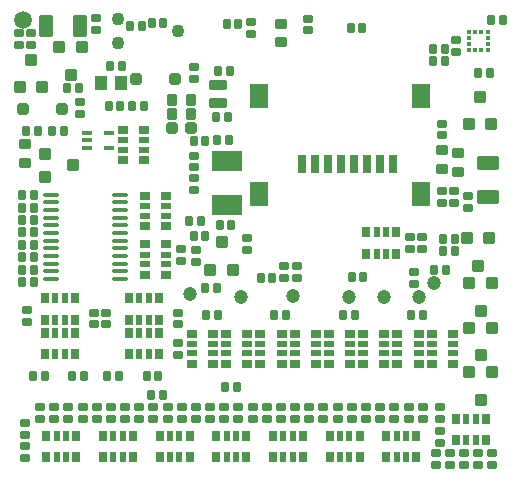
<source format=gbs>
G04*
G04 #@! TF.GenerationSoftware,Altium Limited,Altium Designer,25.1.2 (22)*
G04*
G04 Layer_Color=16711935*
%FSLAX25Y25*%
%MOIN*%
G70*
G04*
G04 #@! TF.SameCoordinates,884B850E-C893-49A2-98A3-3BEC55AD8533*
G04*
G04*
G04 #@! TF.FilePolarity,Negative*
G04*
G01*
G75*
G04:AMPARAMS|DCode=56|XSize=39.37mil|YSize=41.34mil|CornerRadius=5.51mil|HoleSize=0mil|Usage=FLASHONLY|Rotation=90.000|XOffset=0mil|YOffset=0mil|HoleType=Round|Shape=RoundedRectangle|*
%AMROUNDEDRECTD56*
21,1,0.03937,0.03032,0,0,90.0*
21,1,0.02835,0.04134,0,0,90.0*
1,1,0.01102,0.01516,0.01417*
1,1,0.01102,0.01516,-0.01417*
1,1,0.01102,-0.01516,-0.01417*
1,1,0.01102,-0.01516,0.01417*
%
%ADD56ROUNDEDRECTD56*%
G04:AMPARAMS|DCode=57|XSize=39.37mil|YSize=41.34mil|CornerRadius=5.51mil|HoleSize=0mil|Usage=FLASHONLY|Rotation=90.000|XOffset=0mil|YOffset=0mil|HoleType=Round|Shape=RoundedRectangle|*
%AMROUNDEDRECTD57*
21,1,0.03937,0.03032,0,0,90.0*
21,1,0.02835,0.04134,0,0,90.0*
1,1,0.01102,0.01516,0.01417*
1,1,0.01102,0.01516,-0.01417*
1,1,0.01102,-0.01516,-0.01417*
1,1,0.01102,-0.01516,0.01417*
%
%ADD57ROUNDEDRECTD57*%
G04:AMPARAMS|DCode=64|XSize=31.5mil|YSize=27.56mil|CornerRadius=4.33mil|HoleSize=0mil|Usage=FLASHONLY|Rotation=180.000|XOffset=0mil|YOffset=0mil|HoleType=Round|Shape=RoundedRectangle|*
%AMROUNDEDRECTD64*
21,1,0.03150,0.01890,0,0,180.0*
21,1,0.02284,0.02756,0,0,180.0*
1,1,0.00866,-0.01142,0.00945*
1,1,0.00866,0.01142,0.00945*
1,1,0.00866,0.01142,-0.00945*
1,1,0.00866,-0.01142,-0.00945*
%
%ADD64ROUNDEDRECTD64*%
G04:AMPARAMS|DCode=68|XSize=29.53mil|YSize=35.43mil|CornerRadius=4.53mil|HoleSize=0mil|Usage=FLASHONLY|Rotation=90.000|XOffset=0mil|YOffset=0mil|HoleType=Round|Shape=RoundedRectangle|*
%AMROUNDEDRECTD68*
21,1,0.02953,0.02638,0,0,90.0*
21,1,0.02047,0.03543,0,0,90.0*
1,1,0.00906,0.01319,0.01024*
1,1,0.00906,0.01319,-0.01024*
1,1,0.00906,-0.01319,-0.01024*
1,1,0.00906,-0.01319,0.01024*
%
%ADD68ROUNDEDRECTD68*%
G04:AMPARAMS|DCode=69|XSize=21.65mil|YSize=35.43mil|CornerRadius=3.74mil|HoleSize=0mil|Usage=FLASHONLY|Rotation=90.000|XOffset=0mil|YOffset=0mil|HoleType=Round|Shape=RoundedRectangle|*
%AMROUNDEDRECTD69*
21,1,0.02165,0.02795,0,0,90.0*
21,1,0.01417,0.03543,0,0,90.0*
1,1,0.00748,0.01398,0.00709*
1,1,0.00748,0.01398,-0.00709*
1,1,0.00748,-0.01398,-0.00709*
1,1,0.00748,-0.01398,0.00709*
%
%ADD69ROUNDEDRECTD69*%
G04:AMPARAMS|DCode=73|XSize=16.54mil|YSize=35.43mil|CornerRadius=3.23mil|HoleSize=0mil|Usage=FLASHONLY|Rotation=90.000|XOffset=0mil|YOffset=0mil|HoleType=Round|Shape=RoundedRectangle|*
%AMROUNDEDRECTD73*
21,1,0.01654,0.02898,0,0,90.0*
21,1,0.01008,0.03543,0,0,90.0*
1,1,0.00646,0.01449,0.00504*
1,1,0.00646,0.01449,-0.00504*
1,1,0.00646,-0.01449,-0.00504*
1,1,0.00646,-0.01449,0.00504*
%
%ADD73ROUNDEDRECTD73*%
G04:AMPARAMS|DCode=79|XSize=31.5mil|YSize=27.56mil|CornerRadius=4.33mil|HoleSize=0mil|Usage=FLASHONLY|Rotation=90.000|XOffset=0mil|YOffset=0mil|HoleType=Round|Shape=RoundedRectangle|*
%AMROUNDEDRECTD79*
21,1,0.03150,0.01890,0,0,90.0*
21,1,0.02284,0.02756,0,0,90.0*
1,1,0.00866,0.00945,0.01142*
1,1,0.00866,0.00945,-0.01142*
1,1,0.00866,-0.00945,-0.01142*
1,1,0.00866,-0.00945,0.01142*
%
%ADD79ROUNDEDRECTD79*%
%ADD80C,0.04294*%
%ADD81C,0.04724*%
%ADD82C,0.05906*%
G04:AMPARAMS|DCode=111|XSize=37.4mil|YSize=37.4mil|CornerRadius=5.32mil|HoleSize=0mil|Usage=FLASHONLY|Rotation=180.000|XOffset=0mil|YOffset=0mil|HoleType=Round|Shape=RoundedRectangle|*
%AMROUNDEDRECTD111*
21,1,0.03740,0.02677,0,0,180.0*
21,1,0.02677,0.03740,0,0,180.0*
1,1,0.01063,-0.01339,0.01339*
1,1,0.01063,0.01339,0.01339*
1,1,0.01063,0.01339,-0.01339*
1,1,0.01063,-0.01339,-0.01339*
%
%ADD111ROUNDEDRECTD111*%
G04:AMPARAMS|DCode=112|XSize=39.37mil|YSize=41.34mil|CornerRadius=5.51mil|HoleSize=0mil|Usage=FLASHONLY|Rotation=180.000|XOffset=0mil|YOffset=0mil|HoleType=Round|Shape=RoundedRectangle|*
%AMROUNDEDRECTD112*
21,1,0.03937,0.03032,0,0,180.0*
21,1,0.02835,0.04134,0,0,180.0*
1,1,0.01102,-0.01417,0.01516*
1,1,0.01102,0.01417,0.01516*
1,1,0.01102,0.01417,-0.01516*
1,1,0.01102,-0.01417,-0.01516*
%
%ADD112ROUNDEDRECTD112*%
G04:AMPARAMS|DCode=113|XSize=39.37mil|YSize=41.34mil|CornerRadius=5.51mil|HoleSize=0mil|Usage=FLASHONLY|Rotation=180.000|XOffset=0mil|YOffset=0mil|HoleType=Round|Shape=RoundedRectangle|*
%AMROUNDEDRECTD113*
21,1,0.03937,0.03032,0,0,180.0*
21,1,0.02835,0.04134,0,0,180.0*
1,1,0.01102,-0.01417,0.01516*
1,1,0.01102,0.01417,0.01516*
1,1,0.01102,0.01417,-0.01516*
1,1,0.01102,-0.01417,-0.01516*
%
%ADD113ROUNDEDRECTD113*%
G04:AMPARAMS|DCode=114|XSize=39.76mil|YSize=37.4mil|CornerRadius=5.32mil|HoleSize=0mil|Usage=FLASHONLY|Rotation=0.000|XOffset=0mil|YOffset=0mil|HoleType=Round|Shape=RoundedRectangle|*
%AMROUNDEDRECTD114*
21,1,0.03976,0.02677,0,0,0.0*
21,1,0.02913,0.03740,0,0,0.0*
1,1,0.01063,0.01457,-0.01339*
1,1,0.01063,-0.01457,-0.01339*
1,1,0.01063,-0.01457,0.01339*
1,1,0.01063,0.01457,0.01339*
%
%ADD114ROUNDEDRECTD114*%
%ADD115R,0.04331X0.04724*%
G04:AMPARAMS|DCode=116|XSize=74.8mil|YSize=49.21mil|CornerRadius=6.5mil|HoleSize=0mil|Usage=FLASHONLY|Rotation=0.000|XOffset=0mil|YOffset=0mil|HoleType=Round|Shape=RoundedRectangle|*
%AMROUNDEDRECTD116*
21,1,0.07480,0.03622,0,0,0.0*
21,1,0.06181,0.04921,0,0,0.0*
1,1,0.01299,0.03091,-0.01811*
1,1,0.01299,-0.03091,-0.01811*
1,1,0.01299,-0.03091,0.01811*
1,1,0.01299,0.03091,0.01811*
%
%ADD116ROUNDEDRECTD116*%
G04:AMPARAMS|DCode=117|XSize=62.99mil|YSize=29.53mil|CornerRadius=4.53mil|HoleSize=0mil|Usage=FLASHONLY|Rotation=90.000|XOffset=0mil|YOffset=0mil|HoleType=Round|Shape=RoundedRectangle|*
%AMROUNDEDRECTD117*
21,1,0.06299,0.02047,0,0,90.0*
21,1,0.05394,0.02953,0,0,90.0*
1,1,0.00906,0.01024,0.02697*
1,1,0.00906,0.01024,-0.02697*
1,1,0.00906,-0.01024,-0.02697*
1,1,0.00906,-0.01024,0.02697*
%
%ADD117ROUNDEDRECTD117*%
G04:AMPARAMS|DCode=118|XSize=82.68mil|YSize=61.02mil|CornerRadius=7.68mil|HoleSize=0mil|Usage=FLASHONLY|Rotation=90.000|XOffset=0mil|YOffset=0mil|HoleType=Round|Shape=RoundedRectangle|*
%AMROUNDEDRECTD118*
21,1,0.08268,0.04567,0,0,90.0*
21,1,0.06732,0.06102,0,0,90.0*
1,1,0.01535,0.02284,0.03366*
1,1,0.01535,0.02284,-0.03366*
1,1,0.01535,-0.02284,-0.03366*
1,1,0.01535,-0.02284,0.03366*
%
%ADD118ROUNDEDRECTD118*%
%ADD119R,0.09843X0.07087*%
G04:AMPARAMS|DCode=120|XSize=29.53mil|YSize=35.43mil|CornerRadius=4.53mil|HoleSize=0mil|Usage=FLASHONLY|Rotation=0.000|XOffset=0mil|YOffset=0mil|HoleType=Round|Shape=RoundedRectangle|*
%AMROUNDEDRECTD120*
21,1,0.02953,0.02638,0,0,0.0*
21,1,0.02047,0.03543,0,0,0.0*
1,1,0.00906,0.01024,-0.01319*
1,1,0.00906,-0.01024,-0.01319*
1,1,0.00906,-0.01024,0.01319*
1,1,0.00906,0.01024,0.01319*
%
%ADD120ROUNDEDRECTD120*%
G04:AMPARAMS|DCode=121|XSize=21.65mil|YSize=35.43mil|CornerRadius=3.74mil|HoleSize=0mil|Usage=FLASHONLY|Rotation=0.000|XOffset=0mil|YOffset=0mil|HoleType=Round|Shape=RoundedRectangle|*
%AMROUNDEDRECTD121*
21,1,0.02165,0.02795,0,0,0.0*
21,1,0.01417,0.03543,0,0,0.0*
1,1,0.00748,0.00709,-0.01398*
1,1,0.00748,-0.00709,-0.01398*
1,1,0.00748,-0.00709,0.01398*
1,1,0.00748,0.00709,0.01398*
%
%ADD121ROUNDEDRECTD121*%
G04:AMPARAMS|DCode=122|XSize=31.5mil|YSize=40.16mil|CornerRadius=4.72mil|HoleSize=0mil|Usage=FLASHONLY|Rotation=90.000|XOffset=0mil|YOffset=0mil|HoleType=Round|Shape=RoundedRectangle|*
%AMROUNDEDRECTD122*
21,1,0.03150,0.03071,0,0,90.0*
21,1,0.02205,0.04016,0,0,90.0*
1,1,0.00945,0.01535,0.01102*
1,1,0.00945,0.01535,-0.01102*
1,1,0.00945,-0.01535,-0.01102*
1,1,0.00945,-0.01535,0.01102*
%
%ADD122ROUNDEDRECTD122*%
G04:AMPARAMS|DCode=123|XSize=31.5mil|YSize=59.06mil|CornerRadius=4.72mil|HoleSize=0mil|Usage=FLASHONLY|Rotation=270.000|XOffset=0mil|YOffset=0mil|HoleType=Round|Shape=RoundedRectangle|*
%AMROUNDEDRECTD123*
21,1,0.03150,0.04961,0,0,270.0*
21,1,0.02205,0.05906,0,0,270.0*
1,1,0.00945,-0.02480,-0.01102*
1,1,0.00945,-0.02480,0.01102*
1,1,0.00945,0.02480,0.01102*
1,1,0.00945,0.02480,-0.01102*
%
%ADD123ROUNDEDRECTD123*%
G04:AMPARAMS|DCode=124|XSize=31.5mil|YSize=40.16mil|CornerRadius=4.72mil|HoleSize=0mil|Usage=FLASHONLY|Rotation=0.000|XOffset=0mil|YOffset=0mil|HoleType=Round|Shape=RoundedRectangle|*
%AMROUNDEDRECTD124*
21,1,0.03150,0.03071,0,0,0.0*
21,1,0.02205,0.04016,0,0,0.0*
1,1,0.00945,0.01102,-0.01535*
1,1,0.00945,-0.01102,-0.01535*
1,1,0.00945,-0.01102,0.01535*
1,1,0.00945,0.01102,0.01535*
%
%ADD124ROUNDEDRECTD124*%
G04:AMPARAMS|DCode=125|XSize=74.8mil|YSize=49.21mil|CornerRadius=6.5mil|HoleSize=0mil|Usage=FLASHONLY|Rotation=90.000|XOffset=0mil|YOffset=0mil|HoleType=Round|Shape=RoundedRectangle|*
%AMROUNDEDRECTD125*
21,1,0.07480,0.03622,0,0,90.0*
21,1,0.06181,0.04921,0,0,90.0*
1,1,0.01299,0.01811,0.03091*
1,1,0.01299,0.01811,-0.03091*
1,1,0.01299,-0.01811,-0.03091*
1,1,0.01299,-0.01811,0.03091*
%
%ADD125ROUNDEDRECTD125*%
%ADD126O,0.05354X0.01378*%
%ADD127R,0.01378X0.01772*%
%ADD128R,0.01772X0.01378*%
D56*
X11615Y101242D02*
D03*
X20867Y104982D02*
D03*
D57*
X11615Y108723D02*
D03*
D64*
X147982Y96457D02*
D03*
Y92520D02*
D03*
X31693Y51968D02*
D03*
Y55905D02*
D03*
X152362Y94882D02*
D03*
Y90945D02*
D03*
X28642Y154134D02*
D03*
Y150197D02*
D03*
X61825Y76772D02*
D03*
Y72835D02*
D03*
X78730Y76700D02*
D03*
Y80637D02*
D03*
X56693Y73228D02*
D03*
Y77165D02*
D03*
X5499Y56816D02*
D03*
Y52879D02*
D03*
X23228Y125984D02*
D03*
Y122047D02*
D03*
X2756Y145079D02*
D03*
Y149016D02*
D03*
X134646Y69291D02*
D03*
Y65354D02*
D03*
X61024Y133858D02*
D03*
Y137795D02*
D03*
X91241Y67421D02*
D03*
Y71358D02*
D03*
X80216Y148721D02*
D03*
Y152657D02*
D03*
X133071Y81102D02*
D03*
Y77165D02*
D03*
X137008Y81102D02*
D03*
Y77165D02*
D03*
X6890Y145079D02*
D03*
Y149016D02*
D03*
X143898Y96457D02*
D03*
Y92520D02*
D03*
X143701Y118898D02*
D03*
Y114961D02*
D03*
X95571Y67421D02*
D03*
Y71358D02*
D03*
X99213Y153937D02*
D03*
Y150000D02*
D03*
X61024Y104331D02*
D03*
Y108268D02*
D03*
Y100787D02*
D03*
Y96850D02*
D03*
X47638Y24409D02*
D03*
Y20472D02*
D03*
X52362Y24409D02*
D03*
Y20472D02*
D03*
X57087Y24409D02*
D03*
Y20472D02*
D03*
X61811Y24409D02*
D03*
Y20472D02*
D03*
X146457Y5118D02*
D03*
Y9055D02*
D03*
X151181D02*
D03*
Y5118D02*
D03*
X155905D02*
D03*
Y9055D02*
D03*
X160630Y5118D02*
D03*
Y9055D02*
D03*
X27756Y51968D02*
D03*
Y55905D02*
D03*
X55709Y51968D02*
D03*
Y55905D02*
D03*
X24016Y24409D02*
D03*
Y20472D02*
D03*
X19292Y24409D02*
D03*
Y20472D02*
D03*
X14567Y24409D02*
D03*
Y20472D02*
D03*
X9843Y24409D02*
D03*
Y20472D02*
D03*
X42914Y24409D02*
D03*
Y20472D02*
D03*
X38189Y24409D02*
D03*
Y20472D02*
D03*
X33465Y24409D02*
D03*
Y20472D02*
D03*
X28740Y24409D02*
D03*
Y20472D02*
D03*
X80709Y24409D02*
D03*
Y20472D02*
D03*
X75985Y24409D02*
D03*
Y20472D02*
D03*
X71260Y24409D02*
D03*
Y20472D02*
D03*
X66536Y24409D02*
D03*
Y20472D02*
D03*
X99607D02*
D03*
Y24409D02*
D03*
X94882D02*
D03*
Y20472D02*
D03*
X90158Y24409D02*
D03*
Y20472D02*
D03*
X85433Y24409D02*
D03*
Y20472D02*
D03*
X118504Y24409D02*
D03*
Y20472D02*
D03*
X113780Y24409D02*
D03*
Y20472D02*
D03*
X109055Y24409D02*
D03*
Y20472D02*
D03*
X104331Y24409D02*
D03*
Y20472D02*
D03*
X132677Y24409D02*
D03*
Y20472D02*
D03*
X127953Y24409D02*
D03*
Y20472D02*
D03*
X123228Y24409D02*
D03*
Y20472D02*
D03*
X4724Y15157D02*
D03*
Y19094D02*
D03*
X141733Y9055D02*
D03*
Y5118D02*
D03*
X55709Y41732D02*
D03*
Y45669D02*
D03*
X143307Y20472D02*
D03*
Y24409D02*
D03*
X4724Y7480D02*
D03*
Y11417D02*
D03*
X143307Y16535D02*
D03*
Y12598D02*
D03*
X148425Y146850D02*
D03*
Y142913D02*
D03*
X137402Y24409D02*
D03*
Y20472D02*
D03*
D68*
X37402Y116831D02*
D03*
X44488D02*
D03*
X44488Y106791D02*
D03*
X37402D02*
D03*
X51969Y68602D02*
D03*
X44882D02*
D03*
Y78642D02*
D03*
X51969D02*
D03*
Y84744D02*
D03*
X44882D02*
D03*
Y94784D02*
D03*
X51969D02*
D03*
X147441Y48917D02*
D03*
X140354D02*
D03*
Y38878D02*
D03*
X147441Y38878D02*
D03*
X128937Y38878D02*
D03*
X136024D02*
D03*
Y48917D02*
D03*
X128937Y48917D02*
D03*
X78937Y48917D02*
D03*
X71851D02*
D03*
Y38878D02*
D03*
X78937D02*
D03*
X60433Y38878D02*
D03*
X67520Y38878D02*
D03*
Y48917D02*
D03*
X60433D02*
D03*
X101772Y48917D02*
D03*
X94685Y48917D02*
D03*
X94685Y38878D02*
D03*
X101772D02*
D03*
X83268Y38878D02*
D03*
X90355Y38878D02*
D03*
Y48917D02*
D03*
X83268D02*
D03*
X124607Y48917D02*
D03*
X117520Y48917D02*
D03*
X117520Y38878D02*
D03*
X124607D02*
D03*
X106103Y38878D02*
D03*
X113189Y38878D02*
D03*
Y48917D02*
D03*
X106103D02*
D03*
D69*
X44488Y110236D02*
D03*
Y113386D02*
D03*
X37402Y113386D02*
D03*
X37402Y110236D02*
D03*
X44882Y75197D02*
D03*
Y72047D02*
D03*
X51969D02*
D03*
Y75197D02*
D03*
X44882Y91339D02*
D03*
Y88189D02*
D03*
X51969D02*
D03*
Y91339D02*
D03*
X147441Y45472D02*
D03*
Y42323D02*
D03*
X140354D02*
D03*
Y45472D02*
D03*
X128937Y42323D02*
D03*
Y45472D02*
D03*
X136024D02*
D03*
Y42323D02*
D03*
X78937Y45472D02*
D03*
Y42323D02*
D03*
X71851D02*
D03*
Y45472D02*
D03*
X60433Y42323D02*
D03*
Y45472D02*
D03*
X67520D02*
D03*
Y42323D02*
D03*
X101772Y45472D02*
D03*
Y42323D02*
D03*
X94685D02*
D03*
Y45472D02*
D03*
X83268Y42323D02*
D03*
X83268Y45472D02*
D03*
X90355Y45472D02*
D03*
Y42323D02*
D03*
X124607Y45472D02*
D03*
Y42323D02*
D03*
X117520D02*
D03*
Y45472D02*
D03*
X106103Y42323D02*
D03*
X106103Y45472D02*
D03*
X113189Y45472D02*
D03*
Y42323D02*
D03*
D73*
X25394Y110827D02*
D03*
Y113386D02*
D03*
Y115945D02*
D03*
X32874D02*
D03*
Y110827D02*
D03*
D79*
X43701Y151378D02*
D03*
X39764D02*
D03*
X159843Y135630D02*
D03*
X155905D02*
D03*
X18743Y130809D02*
D03*
X22680D02*
D03*
X44488Y124803D02*
D03*
X40551D02*
D03*
X32677Y124803D02*
D03*
X36614D02*
D03*
X141339Y70079D02*
D03*
X145276D02*
D03*
X72047Y151969D02*
D03*
X75984D02*
D03*
X140748Y139764D02*
D03*
X144685D02*
D03*
X113386Y150787D02*
D03*
X117323D02*
D03*
X68910Y63978D02*
D03*
X64973D02*
D03*
X59646Y86614D02*
D03*
X63583D02*
D03*
X69685Y85039D02*
D03*
X73622D02*
D03*
X68898Y113386D02*
D03*
X72835D02*
D03*
X164173Y153543D02*
D03*
X160236D02*
D03*
X50984Y152559D02*
D03*
X47047D02*
D03*
X33071Y138189D02*
D03*
X37008D02*
D03*
X144095Y76378D02*
D03*
X148032D02*
D03*
X144095Y80315D02*
D03*
X148032D02*
D03*
X144685Y143701D02*
D03*
X140748D02*
D03*
X117618Y67815D02*
D03*
X113681D02*
D03*
X61024Y112992D02*
D03*
X64961D02*
D03*
X61024Y81299D02*
D03*
X64961D02*
D03*
X69291Y136614D02*
D03*
X73228D02*
D03*
X68504Y121260D02*
D03*
X72441D02*
D03*
X83366Y67421D02*
D03*
X87303D02*
D03*
X137599Y55118D02*
D03*
X133662D02*
D03*
X69095D02*
D03*
X65158D02*
D03*
X91929D02*
D03*
X87992D02*
D03*
X114764D02*
D03*
X110827D02*
D03*
X75591Y31102D02*
D03*
X71654D02*
D03*
X20539Y34646D02*
D03*
X24476D02*
D03*
X11350Y34646D02*
D03*
X7413D02*
D03*
X45343Y34646D02*
D03*
X49280D02*
D03*
X36154Y34646D02*
D03*
X32217D02*
D03*
X9252Y116535D02*
D03*
X5315D02*
D03*
X13780D02*
D03*
X17717D02*
D03*
X50788Y28346D02*
D03*
X46851D02*
D03*
X3937Y66142D02*
D03*
X7874D02*
D03*
X3937Y78543D02*
D03*
X7874D02*
D03*
X3937Y82677D02*
D03*
X7874D02*
D03*
X3937Y90945D02*
D03*
X7874D02*
D03*
X3937Y86811D02*
D03*
X7874D02*
D03*
X3937Y95079D02*
D03*
X7874D02*
D03*
X3937Y74410D02*
D03*
X7874D02*
D03*
X3937Y70276D02*
D03*
X7874D02*
D03*
D80*
X55748Y149941D02*
D03*
X35748Y145941D02*
D03*
Y153941D02*
D03*
D81*
X94095Y61417D02*
D03*
X141339Y65748D02*
D03*
X136221Y61024D02*
D03*
X124409D02*
D03*
X112992Y61024D02*
D03*
X76772Y61024D02*
D03*
X59842Y62205D02*
D03*
D82*
X4331Y153543D02*
D03*
D111*
X53977Y117520D02*
D03*
X60197D02*
D03*
D112*
X156580Y127871D02*
D03*
X160320Y118619D02*
D03*
X74151Y70120D02*
D03*
X70411Y79372D02*
D03*
X10630Y130984D02*
D03*
X6890Y140236D02*
D03*
X16339Y144409D02*
D03*
X20079Y135158D02*
D03*
X152953Y36024D02*
D03*
X156693Y26772D02*
D03*
Y41667D02*
D03*
X152953Y50919D02*
D03*
Y65814D02*
D03*
X156693Y56562D02*
D03*
X152166Y80709D02*
D03*
X155906Y71457D02*
D03*
D113*
X152840Y118619D02*
D03*
X66671Y70120D02*
D03*
X3150Y130984D02*
D03*
X23819Y144410D02*
D03*
X160433Y36024D02*
D03*
Y50919D02*
D03*
Y65814D02*
D03*
X159646Y80709D02*
D03*
D114*
X4331Y123622D02*
D03*
X17323Y123622D02*
D03*
X41732Y133858D02*
D03*
X54725D02*
D03*
D115*
X36811Y132283D02*
D03*
X30118D02*
D03*
D116*
X159055Y94488D02*
D03*
Y105905D02*
D03*
D117*
X97126Y105524D02*
D03*
X101457D02*
D03*
X105788D02*
D03*
X110118D02*
D03*
X114449D02*
D03*
X118780D02*
D03*
X123111D02*
D03*
X127441D02*
D03*
D118*
X136811Y95288D02*
D03*
Y127965D02*
D03*
X82678D02*
D03*
Y95288D02*
D03*
D119*
X72048Y106496D02*
D03*
X72048Y91929D02*
D03*
D120*
X118603Y82677D02*
D03*
X118603Y75591D02*
D03*
X128642D02*
D03*
Y82677D02*
D03*
X49705Y7677D02*
D03*
Y14764D02*
D03*
X59744D02*
D03*
Y7677D02*
D03*
X21555Y42126D02*
D03*
X21555Y49213D02*
D03*
X11516Y49213D02*
D03*
X11516Y42126D02*
D03*
Y60630D02*
D03*
X11516Y53543D02*
D03*
X21555D02*
D03*
Y60630D02*
D03*
X49508Y42126D02*
D03*
Y49213D02*
D03*
X39469Y49213D02*
D03*
X39469Y42126D02*
D03*
X39469Y60630D02*
D03*
Y53543D02*
D03*
X49508D02*
D03*
Y60630D02*
D03*
X11910Y7677D02*
D03*
X11910Y14764D02*
D03*
X21949D02*
D03*
X21949Y7677D02*
D03*
X30807D02*
D03*
Y14764D02*
D03*
X40846D02*
D03*
X40846Y7677D02*
D03*
X68602D02*
D03*
X68602Y14764D02*
D03*
X78642D02*
D03*
Y7677D02*
D03*
X87500D02*
D03*
X87500Y14764D02*
D03*
X97540Y14764D02*
D03*
Y7677D02*
D03*
X106398D02*
D03*
X106398Y14764D02*
D03*
X116437D02*
D03*
Y7677D02*
D03*
X125295D02*
D03*
Y14764D02*
D03*
X135335Y14764D02*
D03*
X135335Y7677D02*
D03*
X158563Y13386D02*
D03*
Y20472D02*
D03*
X148524D02*
D03*
X148524Y13386D02*
D03*
D121*
X122047Y82677D02*
D03*
X125197D02*
D03*
Y75591D02*
D03*
X122047D02*
D03*
X56299Y14764D02*
D03*
X53150D02*
D03*
Y7677D02*
D03*
X56299D02*
D03*
X18110Y42126D02*
D03*
X14961Y42126D02*
D03*
Y49213D02*
D03*
X18110D02*
D03*
X14961Y60630D02*
D03*
X18110Y60630D02*
D03*
X18110Y53543D02*
D03*
X14961D02*
D03*
X46063Y42126D02*
D03*
X42913D02*
D03*
Y49213D02*
D03*
X46063Y49213D02*
D03*
X42914Y60630D02*
D03*
X46063D02*
D03*
Y53543D02*
D03*
X42914D02*
D03*
X18504Y14764D02*
D03*
X15355D02*
D03*
Y7677D02*
D03*
X18504D02*
D03*
X37402Y14764D02*
D03*
X34252Y14764D02*
D03*
Y7677D02*
D03*
X37402D02*
D03*
X75197Y14764D02*
D03*
X72047D02*
D03*
Y7677D02*
D03*
X75197D02*
D03*
X94095Y14764D02*
D03*
X90945Y14764D02*
D03*
Y7677D02*
D03*
X94095D02*
D03*
X112992Y14764D02*
D03*
X109843D02*
D03*
Y7677D02*
D03*
X112992D02*
D03*
X131890Y14764D02*
D03*
X128740Y14764D02*
D03*
Y7677D02*
D03*
X131890D02*
D03*
X155118Y13386D02*
D03*
X151969D02*
D03*
Y20472D02*
D03*
X155118D02*
D03*
D122*
X143701Y110236D02*
D03*
Y103937D02*
D03*
X90059Y145965D02*
D03*
Y152264D02*
D03*
X4725Y112205D02*
D03*
X4725Y105905D02*
D03*
X149213Y102756D02*
D03*
Y109055D02*
D03*
D123*
X69291Y131693D02*
D03*
Y125787D02*
D03*
D124*
X60237Y126772D02*
D03*
X53937Y126772D02*
D03*
X60237Y122146D02*
D03*
X53937D02*
D03*
D125*
X11811Y151378D02*
D03*
X23228D02*
D03*
D126*
X13622Y67126D02*
D03*
Y69685D02*
D03*
Y72244D02*
D03*
Y74803D02*
D03*
Y77362D02*
D03*
Y79921D02*
D03*
Y82480D02*
D03*
Y85039D02*
D03*
Y87598D02*
D03*
Y90158D02*
D03*
Y92716D02*
D03*
Y95276D02*
D03*
X36615Y67126D02*
D03*
Y69685D02*
D03*
Y72244D02*
D03*
Y74803D02*
D03*
Y77362D02*
D03*
Y79921D02*
D03*
Y82480D02*
D03*
Y85039D02*
D03*
Y87598D02*
D03*
Y90158D02*
D03*
Y92716D02*
D03*
Y95276D02*
D03*
D127*
X156890Y143307D02*
D03*
X154922D02*
D03*
Y149606D02*
D03*
X156890D02*
D03*
D128*
X152756Y143504D02*
D03*
Y145473D02*
D03*
Y147441D02*
D03*
Y149409D02*
D03*
X159056Y143504D02*
D03*
Y149409D02*
D03*
Y145473D02*
D03*
Y147441D02*
D03*
M02*

</source>
